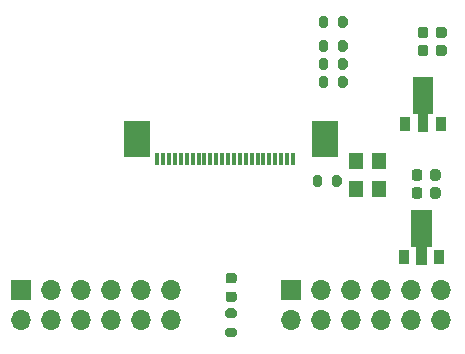
<source format=gbr>
%TF.GenerationSoftware,KiCad,Pcbnew,(5.1.8)-1*%
%TF.CreationDate,2021-03-12T16:01:59+08:00*%
%TF.ProjectId,PModCamera,504d6f64-4361-46d6-9572-612e6b696361,rev?*%
%TF.SameCoordinates,Original*%
%TF.FileFunction,Soldermask,Top*%
%TF.FilePolarity,Negative*%
%FSLAX46Y46*%
G04 Gerber Fmt 4.6, Leading zero omitted, Abs format (unit mm)*
G04 Created by KiCad (PCBNEW (5.1.8)-1) date 2021-03-12 16:01:59*
%MOMM*%
%LPD*%
G01*
G04 APERTURE LIST*
%ADD10R,2.300000X3.100000*%
%ADD11R,0.300000X1.100000*%
%ADD12C,0.100000*%
%ADD13R,0.900000X1.300000*%
%ADD14O,1.700000X1.700000*%
%ADD15R,1.700000X1.700000*%
%ADD16R,1.200000X1.400000*%
G04 APERTURE END LIST*
D10*
%TO.C,J1*%
X87830000Y-114966000D03*
X103670000Y-114966000D03*
D11*
X89500000Y-116666000D03*
X90000000Y-116666000D03*
X90500000Y-116666000D03*
X91000000Y-116666000D03*
X91500000Y-116666000D03*
X92000000Y-116666000D03*
X92500000Y-116666000D03*
X93000000Y-116666000D03*
X93500000Y-116666000D03*
X94000000Y-116666000D03*
X94500000Y-116666000D03*
X95000000Y-116666000D03*
X95500000Y-116666000D03*
X96000000Y-116666000D03*
X96500000Y-116666000D03*
X97000000Y-116666000D03*
X97500000Y-116666000D03*
X98000000Y-116666000D03*
X98500000Y-116666000D03*
X99000000Y-116666000D03*
X99500000Y-116666000D03*
X100000000Y-116666000D03*
X100500000Y-116666000D03*
X101000000Y-116666000D03*
%TD*%
D12*
%TO.C,U2*%
G36*
X112753500Y-120978500D02*
G01*
X112753500Y-124103500D01*
X112337000Y-124103500D01*
X112337000Y-125578500D01*
X111437000Y-125578500D01*
X111437000Y-124103500D01*
X111020500Y-124103500D01*
X111020500Y-120978500D01*
X112753500Y-120978500D01*
G37*
D13*
X113387000Y-124928500D03*
X110387000Y-124928500D03*
%TD*%
D12*
%TO.C,U1*%
G36*
X112880500Y-109714000D02*
G01*
X112880500Y-112839000D01*
X112464000Y-112839000D01*
X112464000Y-114314000D01*
X111564000Y-114314000D01*
X111564000Y-112839000D01*
X111147500Y-112839000D01*
X111147500Y-109714000D01*
X112880500Y-109714000D01*
G37*
D13*
X113514000Y-113664000D03*
X110514000Y-113664000D03*
%TD*%
D14*
%TO.C,J2*%
X113538000Y-130302000D03*
X113538000Y-127762000D03*
X110998000Y-130302000D03*
X110998000Y-127762000D03*
X108458000Y-130302000D03*
X108458000Y-127762000D03*
X105918000Y-130302000D03*
X105918000Y-127762000D03*
X103378000Y-130302000D03*
X103378000Y-127762000D03*
X100838000Y-130302000D03*
D15*
X100838000Y-127762000D03*
%TD*%
D14*
%TO.C,J3*%
X90678000Y-130302000D03*
X90678000Y-127762000D03*
X88138000Y-130302000D03*
X88138000Y-127762000D03*
X85598000Y-130302000D03*
X85598000Y-127762000D03*
X83058000Y-130302000D03*
X83058000Y-127762000D03*
X80518000Y-130302000D03*
X80518000Y-127762000D03*
X77978000Y-130302000D03*
D15*
X77978000Y-127762000D03*
%TD*%
D16*
%TO.C,X1*%
X108265000Y-116783000D03*
X108265000Y-119183000D03*
X106365000Y-119183000D03*
X106365000Y-116783000D03*
%TD*%
%TO.C,R10*%
G36*
G01*
X104311000Y-118766000D02*
X104311000Y-118216000D01*
G75*
G02*
X104511000Y-118016000I200000J0D01*
G01*
X104911000Y-118016000D01*
G75*
G02*
X105111000Y-118216000I0J-200000D01*
G01*
X105111000Y-118766000D01*
G75*
G02*
X104911000Y-118966000I-200000J0D01*
G01*
X104511000Y-118966000D01*
G75*
G02*
X104311000Y-118766000I0J200000D01*
G01*
G37*
G36*
G01*
X102661000Y-118766000D02*
X102661000Y-118216000D01*
G75*
G02*
X102861000Y-118016000I200000J0D01*
G01*
X103261000Y-118016000D01*
G75*
G02*
X103461000Y-118216000I0J-200000D01*
G01*
X103461000Y-118766000D01*
G75*
G02*
X103261000Y-118966000I-200000J0D01*
G01*
X102861000Y-118966000D01*
G75*
G02*
X102661000Y-118766000I0J200000D01*
G01*
G37*
%TD*%
%TO.C,R9*%
G36*
G01*
X96025000Y-130075000D02*
X95475000Y-130075000D01*
G75*
G02*
X95275000Y-129875000I0J200000D01*
G01*
X95275000Y-129475000D01*
G75*
G02*
X95475000Y-129275000I200000J0D01*
G01*
X96025000Y-129275000D01*
G75*
G02*
X96225000Y-129475000I0J-200000D01*
G01*
X96225000Y-129875000D01*
G75*
G02*
X96025000Y-130075000I-200000J0D01*
G01*
G37*
G36*
G01*
X96025000Y-131725000D02*
X95475000Y-131725000D01*
G75*
G02*
X95275000Y-131525000I0J200000D01*
G01*
X95275000Y-131125000D01*
G75*
G02*
X95475000Y-130925000I200000J0D01*
G01*
X96025000Y-130925000D01*
G75*
G02*
X96225000Y-131125000I0J-200000D01*
G01*
X96225000Y-131525000D01*
G75*
G02*
X96025000Y-131725000I-200000J0D01*
G01*
G37*
%TD*%
%TO.C,R4*%
G36*
G01*
X104819000Y-110384000D02*
X104819000Y-109834000D01*
G75*
G02*
X105019000Y-109634000I200000J0D01*
G01*
X105419000Y-109634000D01*
G75*
G02*
X105619000Y-109834000I0J-200000D01*
G01*
X105619000Y-110384000D01*
G75*
G02*
X105419000Y-110584000I-200000J0D01*
G01*
X105019000Y-110584000D01*
G75*
G02*
X104819000Y-110384000I0J200000D01*
G01*
G37*
G36*
G01*
X103169000Y-110384000D02*
X103169000Y-109834000D01*
G75*
G02*
X103369000Y-109634000I200000J0D01*
G01*
X103769000Y-109634000D01*
G75*
G02*
X103969000Y-109834000I0J-200000D01*
G01*
X103969000Y-110384000D01*
G75*
G02*
X103769000Y-110584000I-200000J0D01*
G01*
X103369000Y-110584000D01*
G75*
G02*
X103169000Y-110384000I0J200000D01*
G01*
G37*
%TD*%
%TO.C,R3*%
G36*
G01*
X103969000Y-108310000D02*
X103969000Y-108860000D01*
G75*
G02*
X103769000Y-109060000I-200000J0D01*
G01*
X103369000Y-109060000D01*
G75*
G02*
X103169000Y-108860000I0J200000D01*
G01*
X103169000Y-108310000D01*
G75*
G02*
X103369000Y-108110000I200000J0D01*
G01*
X103769000Y-108110000D01*
G75*
G02*
X103969000Y-108310000I0J-200000D01*
G01*
G37*
G36*
G01*
X105619000Y-108310000D02*
X105619000Y-108860000D01*
G75*
G02*
X105419000Y-109060000I-200000J0D01*
G01*
X105019000Y-109060000D01*
G75*
G02*
X104819000Y-108860000I0J200000D01*
G01*
X104819000Y-108310000D01*
G75*
G02*
X105019000Y-108110000I200000J0D01*
G01*
X105419000Y-108110000D01*
G75*
G02*
X105619000Y-108310000I0J-200000D01*
G01*
G37*
%TD*%
%TO.C,R2*%
G36*
G01*
X103969000Y-106786000D02*
X103969000Y-107336000D01*
G75*
G02*
X103769000Y-107536000I-200000J0D01*
G01*
X103369000Y-107536000D01*
G75*
G02*
X103169000Y-107336000I0J200000D01*
G01*
X103169000Y-106786000D01*
G75*
G02*
X103369000Y-106586000I200000J0D01*
G01*
X103769000Y-106586000D01*
G75*
G02*
X103969000Y-106786000I0J-200000D01*
G01*
G37*
G36*
G01*
X105619000Y-106786000D02*
X105619000Y-107336000D01*
G75*
G02*
X105419000Y-107536000I-200000J0D01*
G01*
X105019000Y-107536000D01*
G75*
G02*
X104819000Y-107336000I0J200000D01*
G01*
X104819000Y-106786000D01*
G75*
G02*
X105019000Y-106586000I200000J0D01*
G01*
X105419000Y-106586000D01*
G75*
G02*
X105619000Y-106786000I0J-200000D01*
G01*
G37*
%TD*%
%TO.C,R1*%
G36*
G01*
X103969000Y-104754000D02*
X103969000Y-105304000D01*
G75*
G02*
X103769000Y-105504000I-200000J0D01*
G01*
X103369000Y-105504000D01*
G75*
G02*
X103169000Y-105304000I0J200000D01*
G01*
X103169000Y-104754000D01*
G75*
G02*
X103369000Y-104554000I200000J0D01*
G01*
X103769000Y-104554000D01*
G75*
G02*
X103969000Y-104754000I0J-200000D01*
G01*
G37*
G36*
G01*
X105619000Y-104754000D02*
X105619000Y-105304000D01*
G75*
G02*
X105419000Y-105504000I-200000J0D01*
G01*
X105019000Y-105504000D01*
G75*
G02*
X104819000Y-105304000I0J200000D01*
G01*
X104819000Y-104754000D01*
G75*
G02*
X105019000Y-104554000I200000J0D01*
G01*
X105419000Y-104554000D01*
G75*
G02*
X105619000Y-104754000I0J-200000D01*
G01*
G37*
%TD*%
%TO.C,D1*%
G36*
G01*
X95501750Y-127858000D02*
X96014250Y-127858000D01*
G75*
G02*
X96233000Y-128076750I0J-218750D01*
G01*
X96233000Y-128514250D01*
G75*
G02*
X96014250Y-128733000I-218750J0D01*
G01*
X95501750Y-128733000D01*
G75*
G02*
X95283000Y-128514250I0J218750D01*
G01*
X95283000Y-128076750D01*
G75*
G02*
X95501750Y-127858000I218750J0D01*
G01*
G37*
G36*
G01*
X95501750Y-126283000D02*
X96014250Y-126283000D01*
G75*
G02*
X96233000Y-126501750I0J-218750D01*
G01*
X96233000Y-126939250D01*
G75*
G02*
X96014250Y-127158000I-218750J0D01*
G01*
X95501750Y-127158000D01*
G75*
G02*
X95283000Y-126939250I0J218750D01*
G01*
X95283000Y-126501750D01*
G75*
G02*
X95501750Y-126283000I218750J0D01*
G01*
G37*
%TD*%
%TO.C,C4*%
G36*
G01*
X112593000Y-119757000D02*
X112593000Y-119257000D01*
G75*
G02*
X112818000Y-119032000I225000J0D01*
G01*
X113268000Y-119032000D01*
G75*
G02*
X113493000Y-119257000I0J-225000D01*
G01*
X113493000Y-119757000D01*
G75*
G02*
X113268000Y-119982000I-225000J0D01*
G01*
X112818000Y-119982000D01*
G75*
G02*
X112593000Y-119757000I0J225000D01*
G01*
G37*
G36*
G01*
X111043000Y-119757000D02*
X111043000Y-119257000D01*
G75*
G02*
X111268000Y-119032000I225000J0D01*
G01*
X111718000Y-119032000D01*
G75*
G02*
X111943000Y-119257000I0J-225000D01*
G01*
X111943000Y-119757000D01*
G75*
G02*
X111718000Y-119982000I-225000J0D01*
G01*
X111268000Y-119982000D01*
G75*
G02*
X111043000Y-119757000I0J225000D01*
G01*
G37*
%TD*%
%TO.C,C3*%
G36*
G01*
X112593000Y-118233000D02*
X112593000Y-117733000D01*
G75*
G02*
X112818000Y-117508000I225000J0D01*
G01*
X113268000Y-117508000D01*
G75*
G02*
X113493000Y-117733000I0J-225000D01*
G01*
X113493000Y-118233000D01*
G75*
G02*
X113268000Y-118458000I-225000J0D01*
G01*
X112818000Y-118458000D01*
G75*
G02*
X112593000Y-118233000I0J225000D01*
G01*
G37*
G36*
G01*
X111043000Y-118233000D02*
X111043000Y-117733000D01*
G75*
G02*
X111268000Y-117508000I225000J0D01*
G01*
X111718000Y-117508000D01*
G75*
G02*
X111943000Y-117733000I0J-225000D01*
G01*
X111943000Y-118233000D01*
G75*
G02*
X111718000Y-118458000I-225000J0D01*
G01*
X111268000Y-118458000D01*
G75*
G02*
X111043000Y-118233000I0J225000D01*
G01*
G37*
%TD*%
%TO.C,C2*%
G36*
G01*
X113101000Y-107692000D02*
X113101000Y-107192000D01*
G75*
G02*
X113326000Y-106967000I225000J0D01*
G01*
X113776000Y-106967000D01*
G75*
G02*
X114001000Y-107192000I0J-225000D01*
G01*
X114001000Y-107692000D01*
G75*
G02*
X113776000Y-107917000I-225000J0D01*
G01*
X113326000Y-107917000D01*
G75*
G02*
X113101000Y-107692000I0J225000D01*
G01*
G37*
G36*
G01*
X111551000Y-107692000D02*
X111551000Y-107192000D01*
G75*
G02*
X111776000Y-106967000I225000J0D01*
G01*
X112226000Y-106967000D01*
G75*
G02*
X112451000Y-107192000I0J-225000D01*
G01*
X112451000Y-107692000D01*
G75*
G02*
X112226000Y-107917000I-225000J0D01*
G01*
X111776000Y-107917000D01*
G75*
G02*
X111551000Y-107692000I0J225000D01*
G01*
G37*
%TD*%
%TO.C,C1*%
G36*
G01*
X113101000Y-106168000D02*
X113101000Y-105668000D01*
G75*
G02*
X113326000Y-105443000I225000J0D01*
G01*
X113776000Y-105443000D01*
G75*
G02*
X114001000Y-105668000I0J-225000D01*
G01*
X114001000Y-106168000D01*
G75*
G02*
X113776000Y-106393000I-225000J0D01*
G01*
X113326000Y-106393000D01*
G75*
G02*
X113101000Y-106168000I0J225000D01*
G01*
G37*
G36*
G01*
X111551000Y-106168000D02*
X111551000Y-105668000D01*
G75*
G02*
X111776000Y-105443000I225000J0D01*
G01*
X112226000Y-105443000D01*
G75*
G02*
X112451000Y-105668000I0J-225000D01*
G01*
X112451000Y-106168000D01*
G75*
G02*
X112226000Y-106393000I-225000J0D01*
G01*
X111776000Y-106393000D01*
G75*
G02*
X111551000Y-106168000I0J225000D01*
G01*
G37*
%TD*%
M02*

</source>
